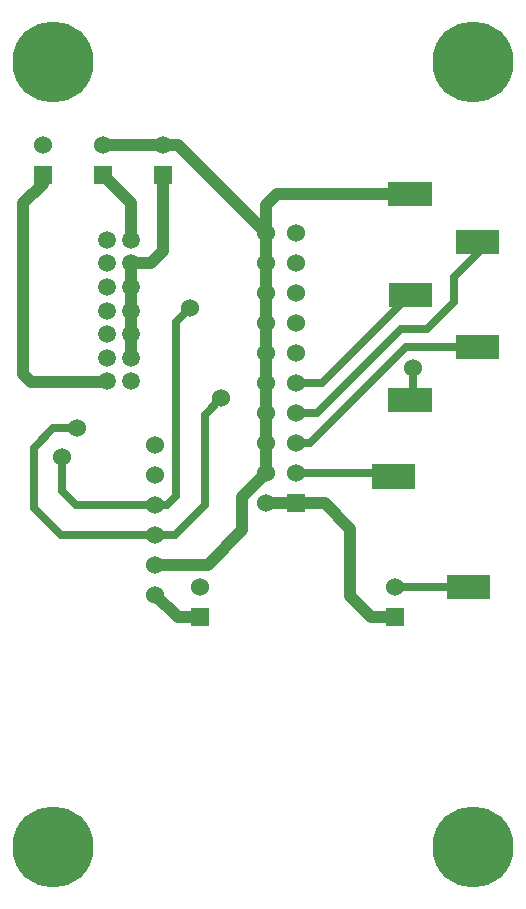
<source format=gtl>
G04 start of page 2 for group 0 idx 0 *
G04 Title: (unknown), top *
G04 Creator: pcb 20110918 *
G04 CreationDate: Tue Sep 16 16:31:17 2014 UTC *
G04 For: fosse *
G04 Format: Gerber/RS-274X *
G04 PCB-Dimensions: 348000 372000 *
G04 PCB-Coordinate-Origin: lower left *
%MOIN*%
%FSLAX25Y25*%
%LNTOP*%
%ADD23C,0.0354*%
%ADD22C,0.0420*%
%ADD21C,0.1285*%
%ADD20C,0.0380*%
%ADD19C,0.0350*%
%ADD18R,0.0807X0.0807*%
%ADD17C,0.0591*%
%ADD16C,0.2700*%
%ADD15C,0.0600*%
%ADD14C,0.0001*%
%ADD13C,0.0250*%
%ADD12C,0.0400*%
%ADD11C,0.0100*%
G54D11*X111500Y211500D02*X111000Y212000D01*
G54D12*X93000Y204000D02*X101000Y212000D01*
Y202000D02*X120500D01*
X129000Y193500D01*
Y171000D01*
X136000Y164000D01*
X144000D01*
G54D13*X111000Y212000D02*X142500D01*
X143500Y211000D01*
X144000Y174000D02*X168500D01*
G54D12*X56000Y250504D02*Y282000D01*
X62500D01*
X66500Y286000D01*
Y311500D01*
X56000Y289874D02*Y302000D01*
X46500Y311500D01*
Y321500D02*X71500D01*
X101000Y292000D01*
Y295500D02*Y301500D01*
X104500Y305000D01*
X26500Y311500D02*Y308500D01*
X20000Y302000D01*
Y245000D01*
X22500Y242500D01*
X47996D01*
X48126Y242630D01*
G54D13*X71000Y262500D02*X75500Y267000D01*
G54D12*X101000Y212000D02*Y296000D01*
G54D13*X111000Y242000D02*X119540D01*
X111000Y222000D02*X115500D01*
G54D11*X149040Y271500D02*X149020Y271480D01*
G54D13*X147500Y254000D02*X171500D01*
X150000Y247000D02*Y237500D01*
X154500Y260000D02*X163500Y269000D01*
Y277500D02*X173250Y287250D01*
X163500Y269000D02*Y277500D01*
X119540Y242000D02*X149020Y271480D01*
X115500Y222000D02*X147500Y254000D01*
X111000Y232000D02*X118000D01*
X146000Y260000D01*
G54D12*X104500Y305000D02*X149000D01*
G54D13*X150000Y237500D02*X149000Y236500D01*
X146000Y260000D02*X154500D01*
X38000Y227000D02*X30000D01*
X23500Y220500D01*
X71000Y204500D02*Y262500D01*
X80500Y201500D02*Y231500D01*
X86000Y237000D01*
X37500Y201500D02*X68000D01*
X71000Y204500D01*
X32500Y191500D02*X70500D01*
G54D12*X64000Y171500D02*X71500Y164000D01*
X79000D01*
G54D13*X33000Y217500D02*Y206000D01*
X37500Y201500D01*
X23500Y220500D02*Y200500D01*
X32500Y191500D01*
G54D12*X64000Y181500D02*X81500D01*
X93000Y193000D01*
Y204000D01*
G54D13*X70500Y191500D02*X80500Y201500D01*
X63500Y182000D02*X64000Y181500D01*
G54D14*G36*
X108000Y205000D02*Y199000D01*
X114000D01*
Y205000D01*
X108000D01*
G37*
G54D15*X101000Y202000D03*
X111000Y212000D03*
X101000D03*
X111000Y222000D03*
X101000D03*
X111000Y232000D03*
X101000D03*
X144000Y174000D03*
G54D16*X170000Y87500D03*
X30000Y349000D03*
G54D14*G36*
X23500Y314500D02*Y308500D01*
X29500D01*
Y314500D01*
X23500D01*
G37*
G54D15*X26500Y321500D03*
G54D16*X170000Y349000D03*
G54D14*G36*
X141000Y167000D02*Y161000D01*
X147000D01*
Y167000D01*
X141000D01*
G37*
G36*
X76000D02*Y161000D01*
X82000D01*
Y167000D01*
X76000D01*
G37*
G54D15*X79000Y174000D03*
X64000Y171500D03*
Y181500D03*
Y191500D03*
Y201500D03*
Y211500D03*
Y221500D03*
X111000Y242000D03*
Y252000D03*
Y262000D03*
Y272000D03*
Y282000D03*
Y292000D03*
X101000Y242000D03*
Y252000D03*
Y262000D03*
Y272000D03*
Y282000D03*
Y292000D03*
G54D17*X48126Y242630D03*
G54D16*X30000Y87500D03*
G54D17*X48126Y250504D03*
X56000D03*
X48126Y258378D03*
X56000D03*
Y242630D03*
X48126Y266252D03*
X56000D03*
X48126Y274126D03*
X56000D03*
X48126Y282000D03*
X56000D03*
X48126Y289874D03*
X56000D03*
G54D14*G36*
X63500Y314500D02*Y308500D01*
X69500D01*
Y314500D01*
X63500D01*
G37*
G54D15*X66500Y321500D03*
G54D14*G36*
X43500Y314500D02*Y308500D01*
X49500D01*
Y314500D01*
X43500D01*
G37*
G54D15*X46500Y321500D03*
G54D18*X165350Y174000D02*X171649D01*
X145850Y236500D02*X152149D01*
X168350Y254000D02*X174649D01*
X145870Y271480D02*X152169D01*
X168350Y289000D02*X174649D01*
X145850Y305000D02*X152149D01*
X140370Y210980D02*X146669D01*
G54D15*X150000Y247000D03*
X33000Y217500D03*
X38000Y227000D03*
X75500Y267000D03*
X86000Y237000D03*
G54D19*G54D12*G54D20*G54D21*G54D20*G54D21*G54D20*G54D22*G54D12*G54D23*G54D21*G54D23*G54D20*M02*

</source>
